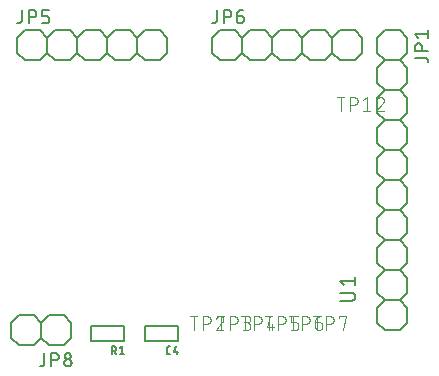
<source format=gbr>
G04 EAGLE Gerber X2 export*
%TF.Part,Single*%
%TF.FileFunction,Legend,Top,1*%
%TF.FilePolarity,Positive*%
%TF.GenerationSoftware,Autodesk,EAGLE,8.7.0*%
%TF.CreationDate,2021-03-05T05:11:20Z*%
G75*
%MOMM*%
%FSLAX34Y34*%
%LPD*%
%AMOC8*
5,1,8,0,0,1.08239X$1,22.5*%
G01*
%ADD10C,0.152400*%
%ADD11C,0.127000*%
%ADD12C,0.203200*%
%ADD13C,0.177800*%
%ADD14C,0.101600*%


D10*
X374650Y76200D02*
X381000Y69850D01*
X381000Y57150D01*
X374650Y50800D01*
X361950Y50800D01*
X355600Y57150D01*
X355600Y69850D01*
X361950Y76200D01*
X381000Y107950D02*
X381000Y120650D01*
X381000Y107950D02*
X374650Y101600D01*
X361950Y101600D01*
X355600Y107950D01*
X374650Y101600D02*
X381000Y95250D01*
X381000Y82550D01*
X374650Y76200D01*
X361950Y76200D01*
X355600Y82550D01*
X355600Y95250D01*
X361950Y101600D01*
X381000Y146050D02*
X374650Y152400D01*
X381000Y146050D02*
X381000Y133350D01*
X374650Y127000D01*
X361950Y127000D01*
X355600Y133350D01*
X355600Y146050D01*
X361950Y152400D01*
X374650Y127000D02*
X381000Y120650D01*
X361950Y127000D02*
X355600Y120650D01*
X355600Y107950D01*
X381000Y184150D02*
X381000Y196850D01*
X381000Y184150D02*
X374650Y177800D01*
X361950Y177800D01*
X355600Y184150D01*
X374650Y177800D02*
X381000Y171450D01*
X381000Y158750D01*
X374650Y152400D01*
X361950Y152400D01*
X355600Y158750D01*
X355600Y171450D01*
X361950Y177800D01*
X381000Y222250D02*
X374650Y228600D01*
X381000Y222250D02*
X381000Y209550D01*
X374650Y203200D01*
X361950Y203200D01*
X355600Y209550D01*
X355600Y222250D01*
X361950Y228600D01*
X374650Y203200D02*
X381000Y196850D01*
X361950Y203200D02*
X355600Y196850D01*
X355600Y184150D01*
X381000Y260350D02*
X381000Y273050D01*
X381000Y260350D02*
X374650Y254000D01*
X361950Y254000D01*
X355600Y260350D01*
X374650Y254000D02*
X381000Y247650D01*
X381000Y234950D01*
X374650Y228600D01*
X361950Y228600D01*
X355600Y234950D01*
X355600Y247650D01*
X361950Y254000D01*
X361950Y279400D02*
X374650Y279400D01*
X381000Y273050D01*
X361950Y279400D02*
X355600Y273050D01*
X355600Y260350D01*
X381000Y44450D02*
X381000Y31750D01*
X374650Y25400D01*
X361950Y25400D01*
X355600Y31750D01*
X374650Y50800D02*
X381000Y44450D01*
X361950Y50800D02*
X355600Y44450D01*
X355600Y31750D01*
D11*
X387223Y256338D02*
X396113Y256338D01*
X396213Y256336D01*
X396312Y256330D01*
X396412Y256320D01*
X396510Y256307D01*
X396609Y256289D01*
X396706Y256268D01*
X396802Y256243D01*
X396898Y256214D01*
X396992Y256181D01*
X397085Y256145D01*
X397176Y256105D01*
X397266Y256061D01*
X397354Y256014D01*
X397440Y255964D01*
X397524Y255910D01*
X397606Y255853D01*
X397685Y255793D01*
X397763Y255729D01*
X397837Y255663D01*
X397909Y255594D01*
X397978Y255522D01*
X398044Y255448D01*
X398108Y255370D01*
X398168Y255291D01*
X398225Y255209D01*
X398279Y255125D01*
X398329Y255039D01*
X398376Y254951D01*
X398420Y254861D01*
X398460Y254770D01*
X398496Y254677D01*
X398529Y254583D01*
X398558Y254487D01*
X398583Y254391D01*
X398604Y254294D01*
X398622Y254195D01*
X398635Y254097D01*
X398645Y253997D01*
X398651Y253898D01*
X398653Y253798D01*
X398653Y252528D01*
X398653Y262319D02*
X387223Y262319D01*
X387223Y265494D01*
X387225Y265605D01*
X387231Y265715D01*
X387240Y265826D01*
X387254Y265936D01*
X387271Y266045D01*
X387292Y266154D01*
X387317Y266262D01*
X387346Y266369D01*
X387378Y266475D01*
X387414Y266580D01*
X387454Y266683D01*
X387497Y266785D01*
X387544Y266886D01*
X387595Y266985D01*
X387648Y267082D01*
X387705Y267176D01*
X387766Y267269D01*
X387829Y267360D01*
X387896Y267449D01*
X387966Y267535D01*
X388039Y267618D01*
X388114Y267700D01*
X388192Y267778D01*
X388274Y267853D01*
X388357Y267926D01*
X388443Y267996D01*
X388532Y268063D01*
X388623Y268126D01*
X388716Y268187D01*
X388811Y268244D01*
X388907Y268297D01*
X389006Y268348D01*
X389107Y268395D01*
X389209Y268438D01*
X389312Y268478D01*
X389417Y268514D01*
X389523Y268546D01*
X389630Y268575D01*
X389738Y268600D01*
X389847Y268621D01*
X389956Y268638D01*
X390066Y268652D01*
X390177Y268661D01*
X390287Y268667D01*
X390398Y268669D01*
X390509Y268667D01*
X390619Y268661D01*
X390730Y268652D01*
X390840Y268638D01*
X390949Y268621D01*
X391058Y268600D01*
X391166Y268575D01*
X391273Y268546D01*
X391379Y268514D01*
X391484Y268478D01*
X391587Y268438D01*
X391689Y268395D01*
X391790Y268348D01*
X391889Y268297D01*
X391986Y268244D01*
X392080Y268187D01*
X392173Y268126D01*
X392264Y268063D01*
X392353Y267996D01*
X392439Y267926D01*
X392522Y267853D01*
X392604Y267778D01*
X392682Y267700D01*
X392757Y267618D01*
X392830Y267535D01*
X392900Y267449D01*
X392967Y267360D01*
X393030Y267269D01*
X393091Y267176D01*
X393148Y267082D01*
X393201Y266985D01*
X393252Y266886D01*
X393299Y266785D01*
X393342Y266683D01*
X393382Y266580D01*
X393418Y266475D01*
X393450Y266369D01*
X393479Y266262D01*
X393504Y266154D01*
X393525Y266045D01*
X393542Y265936D01*
X393556Y265826D01*
X393565Y265715D01*
X393571Y265605D01*
X393573Y265494D01*
X393573Y262319D01*
X389763Y273177D02*
X387223Y276352D01*
X398653Y276352D01*
X398653Y273177D02*
X398653Y279527D01*
D12*
X186690Y16510D02*
X158750Y16510D01*
X158750Y29210D01*
X186690Y29210D01*
X186690Y16510D01*
D10*
X180333Y5334D02*
X178865Y5334D01*
X178791Y5336D01*
X178716Y5342D01*
X178643Y5351D01*
X178569Y5364D01*
X178497Y5381D01*
X178426Y5401D01*
X178355Y5425D01*
X178286Y5453D01*
X178219Y5484D01*
X178153Y5518D01*
X178088Y5556D01*
X178026Y5597D01*
X177966Y5641D01*
X177909Y5688D01*
X177854Y5738D01*
X177801Y5791D01*
X177751Y5846D01*
X177704Y5903D01*
X177660Y5963D01*
X177619Y6025D01*
X177581Y6090D01*
X177547Y6156D01*
X177516Y6223D01*
X177488Y6292D01*
X177464Y6363D01*
X177444Y6434D01*
X177427Y6506D01*
X177414Y6580D01*
X177405Y6653D01*
X177399Y6728D01*
X177397Y6802D01*
X177398Y6802D02*
X177398Y10470D01*
X177397Y10470D02*
X177399Y10544D01*
X177405Y10619D01*
X177414Y10692D01*
X177427Y10766D01*
X177444Y10838D01*
X177464Y10909D01*
X177488Y10980D01*
X177516Y11049D01*
X177547Y11116D01*
X177581Y11182D01*
X177619Y11247D01*
X177660Y11309D01*
X177704Y11369D01*
X177751Y11426D01*
X177801Y11481D01*
X177854Y11534D01*
X177909Y11584D01*
X177966Y11631D01*
X178026Y11675D01*
X178088Y11716D01*
X178153Y11754D01*
X178218Y11788D01*
X178286Y11819D01*
X178355Y11847D01*
X178426Y11871D01*
X178497Y11891D01*
X178569Y11908D01*
X178643Y11921D01*
X178716Y11930D01*
X178791Y11936D01*
X178865Y11938D01*
X180333Y11938D01*
X184997Y11938D02*
X183529Y6802D01*
X187198Y6802D01*
X186097Y8269D02*
X186097Y5334D01*
D12*
X140970Y16510D02*
X113030Y16510D01*
X113030Y29210D01*
X140970Y29210D01*
X140970Y16510D01*
D10*
X130573Y11938D02*
X130573Y5334D01*
X130573Y11938D02*
X132407Y11938D01*
X132492Y11936D01*
X132576Y11930D01*
X132660Y11920D01*
X132744Y11907D01*
X132827Y11889D01*
X132909Y11868D01*
X132990Y11843D01*
X133070Y11814D01*
X133148Y11782D01*
X133224Y11746D01*
X133299Y11706D01*
X133372Y11663D01*
X133443Y11617D01*
X133512Y11568D01*
X133579Y11515D01*
X133643Y11459D01*
X133704Y11401D01*
X133762Y11340D01*
X133818Y11276D01*
X133871Y11209D01*
X133920Y11140D01*
X133966Y11069D01*
X134009Y10996D01*
X134049Y10921D01*
X134085Y10845D01*
X134117Y10767D01*
X134146Y10687D01*
X134171Y10606D01*
X134192Y10524D01*
X134210Y10441D01*
X134223Y10357D01*
X134233Y10273D01*
X134239Y10189D01*
X134241Y10104D01*
X134239Y10019D01*
X134233Y9935D01*
X134223Y9851D01*
X134210Y9767D01*
X134192Y9684D01*
X134171Y9602D01*
X134146Y9521D01*
X134117Y9441D01*
X134085Y9363D01*
X134049Y9287D01*
X134009Y9212D01*
X133966Y9139D01*
X133920Y9068D01*
X133871Y8999D01*
X133818Y8932D01*
X133762Y8868D01*
X133704Y8807D01*
X133643Y8749D01*
X133579Y8693D01*
X133512Y8640D01*
X133443Y8591D01*
X133372Y8545D01*
X133299Y8502D01*
X133224Y8462D01*
X133148Y8426D01*
X133070Y8394D01*
X132990Y8365D01*
X132909Y8340D01*
X132827Y8319D01*
X132744Y8301D01*
X132660Y8288D01*
X132576Y8278D01*
X132492Y8272D01*
X132407Y8270D01*
X132407Y8269D02*
X130573Y8269D01*
X132774Y8269D02*
X134242Y5334D01*
X137809Y10470D02*
X139644Y11938D01*
X139644Y5334D01*
X141478Y5334D02*
X137809Y5334D01*
X133350Y279400D02*
X146050Y279400D01*
X152400Y273050D01*
X152400Y260350D01*
X146050Y254000D01*
X107950Y279400D02*
X101600Y273050D01*
X107950Y279400D02*
X120650Y279400D01*
X127000Y273050D01*
X127000Y260350D01*
X120650Y254000D01*
X107950Y254000D01*
X101600Y260350D01*
X127000Y273050D02*
X133350Y279400D01*
X127000Y260350D02*
X133350Y254000D01*
X146050Y254000D01*
X69850Y279400D02*
X57150Y279400D01*
X69850Y279400D02*
X76200Y273050D01*
X76200Y260350D01*
X69850Y254000D01*
X76200Y273050D02*
X82550Y279400D01*
X95250Y279400D01*
X101600Y273050D01*
X101600Y260350D01*
X95250Y254000D01*
X82550Y254000D01*
X76200Y260350D01*
X50800Y260350D02*
X50800Y273050D01*
X57150Y279400D01*
X50800Y260350D02*
X57150Y254000D01*
X69850Y254000D01*
X158750Y279400D02*
X171450Y279400D01*
X177800Y273050D01*
X177800Y260350D01*
X171450Y254000D01*
X152400Y273050D02*
X158750Y279400D01*
X152400Y260350D02*
X158750Y254000D01*
X171450Y254000D01*
D11*
X54483Y288163D02*
X54483Y297053D01*
X54483Y288163D02*
X54481Y288063D01*
X54475Y287964D01*
X54465Y287864D01*
X54452Y287766D01*
X54434Y287667D01*
X54413Y287570D01*
X54388Y287474D01*
X54359Y287378D01*
X54326Y287284D01*
X54290Y287191D01*
X54250Y287100D01*
X54206Y287010D01*
X54159Y286922D01*
X54109Y286836D01*
X54055Y286752D01*
X53998Y286670D01*
X53938Y286591D01*
X53874Y286513D01*
X53808Y286439D01*
X53739Y286367D01*
X53667Y286298D01*
X53593Y286232D01*
X53515Y286168D01*
X53436Y286108D01*
X53354Y286051D01*
X53270Y285997D01*
X53184Y285947D01*
X53096Y285900D01*
X53006Y285856D01*
X52915Y285816D01*
X52822Y285780D01*
X52728Y285747D01*
X52632Y285718D01*
X52536Y285693D01*
X52439Y285672D01*
X52340Y285654D01*
X52242Y285641D01*
X52142Y285631D01*
X52043Y285625D01*
X51943Y285623D01*
X50673Y285623D01*
X60463Y285623D02*
X60463Y297053D01*
X63638Y297053D01*
X63749Y297051D01*
X63859Y297045D01*
X63970Y297036D01*
X64080Y297022D01*
X64189Y297005D01*
X64298Y296984D01*
X64406Y296959D01*
X64513Y296930D01*
X64619Y296898D01*
X64724Y296862D01*
X64827Y296822D01*
X64929Y296779D01*
X65030Y296732D01*
X65129Y296681D01*
X65226Y296628D01*
X65320Y296571D01*
X65413Y296510D01*
X65504Y296447D01*
X65593Y296380D01*
X65679Y296310D01*
X65762Y296237D01*
X65844Y296162D01*
X65922Y296084D01*
X65997Y296002D01*
X66070Y295919D01*
X66140Y295833D01*
X66207Y295744D01*
X66270Y295653D01*
X66331Y295560D01*
X66388Y295465D01*
X66441Y295369D01*
X66492Y295270D01*
X66539Y295169D01*
X66582Y295067D01*
X66622Y294964D01*
X66658Y294859D01*
X66690Y294753D01*
X66719Y294646D01*
X66744Y294538D01*
X66765Y294429D01*
X66782Y294320D01*
X66796Y294210D01*
X66805Y294099D01*
X66811Y293989D01*
X66813Y293878D01*
X66811Y293767D01*
X66805Y293657D01*
X66796Y293546D01*
X66782Y293436D01*
X66765Y293327D01*
X66744Y293218D01*
X66719Y293110D01*
X66690Y293003D01*
X66658Y292897D01*
X66622Y292792D01*
X66582Y292689D01*
X66539Y292587D01*
X66492Y292486D01*
X66441Y292387D01*
X66388Y292290D01*
X66331Y292196D01*
X66270Y292103D01*
X66207Y292012D01*
X66140Y291923D01*
X66070Y291837D01*
X65997Y291754D01*
X65922Y291672D01*
X65844Y291594D01*
X65762Y291519D01*
X65679Y291446D01*
X65593Y291376D01*
X65504Y291309D01*
X65413Y291246D01*
X65320Y291185D01*
X65225Y291128D01*
X65129Y291075D01*
X65030Y291024D01*
X64929Y290977D01*
X64827Y290934D01*
X64724Y290894D01*
X64619Y290858D01*
X64513Y290826D01*
X64406Y290797D01*
X64298Y290772D01*
X64189Y290751D01*
X64080Y290734D01*
X63970Y290720D01*
X63859Y290711D01*
X63749Y290705D01*
X63638Y290703D01*
X60463Y290703D01*
X71322Y285623D02*
X75132Y285623D01*
X75232Y285625D01*
X75331Y285631D01*
X75431Y285641D01*
X75529Y285654D01*
X75628Y285672D01*
X75725Y285693D01*
X75821Y285718D01*
X75917Y285747D01*
X76011Y285780D01*
X76104Y285816D01*
X76195Y285856D01*
X76285Y285900D01*
X76373Y285947D01*
X76459Y285997D01*
X76543Y286051D01*
X76625Y286108D01*
X76704Y286168D01*
X76782Y286232D01*
X76856Y286298D01*
X76928Y286367D01*
X76997Y286439D01*
X77063Y286513D01*
X77127Y286591D01*
X77187Y286670D01*
X77244Y286752D01*
X77298Y286836D01*
X77348Y286922D01*
X77395Y287010D01*
X77439Y287100D01*
X77479Y287191D01*
X77515Y287284D01*
X77548Y287378D01*
X77577Y287474D01*
X77602Y287570D01*
X77623Y287667D01*
X77641Y287766D01*
X77654Y287864D01*
X77664Y287964D01*
X77670Y288063D01*
X77672Y288163D01*
X77672Y289433D01*
X77670Y289533D01*
X77664Y289632D01*
X77654Y289732D01*
X77641Y289830D01*
X77623Y289929D01*
X77602Y290026D01*
X77577Y290122D01*
X77548Y290218D01*
X77515Y290312D01*
X77479Y290405D01*
X77439Y290496D01*
X77395Y290586D01*
X77348Y290674D01*
X77298Y290760D01*
X77244Y290844D01*
X77187Y290926D01*
X77127Y291005D01*
X77063Y291083D01*
X76997Y291157D01*
X76928Y291229D01*
X76856Y291298D01*
X76782Y291364D01*
X76704Y291428D01*
X76625Y291488D01*
X76543Y291545D01*
X76459Y291599D01*
X76373Y291649D01*
X76285Y291696D01*
X76195Y291740D01*
X76104Y291780D01*
X76011Y291816D01*
X75917Y291849D01*
X75821Y291878D01*
X75725Y291903D01*
X75628Y291924D01*
X75529Y291942D01*
X75431Y291955D01*
X75331Y291965D01*
X75232Y291971D01*
X75132Y291973D01*
X71322Y291973D01*
X71322Y297053D01*
X77672Y297053D01*
D10*
X298450Y279400D02*
X311150Y279400D01*
X317500Y273050D01*
X317500Y260350D01*
X311150Y254000D01*
X273050Y279400D02*
X266700Y273050D01*
X273050Y279400D02*
X285750Y279400D01*
X292100Y273050D01*
X292100Y260350D01*
X285750Y254000D01*
X273050Y254000D01*
X266700Y260350D01*
X292100Y273050D02*
X298450Y279400D01*
X292100Y260350D02*
X298450Y254000D01*
X311150Y254000D01*
X234950Y279400D02*
X222250Y279400D01*
X234950Y279400D02*
X241300Y273050D01*
X241300Y260350D01*
X234950Y254000D01*
X241300Y273050D02*
X247650Y279400D01*
X260350Y279400D01*
X266700Y273050D01*
X266700Y260350D01*
X260350Y254000D01*
X247650Y254000D01*
X241300Y260350D01*
X215900Y260350D02*
X215900Y273050D01*
X222250Y279400D01*
X215900Y260350D02*
X222250Y254000D01*
X234950Y254000D01*
X323850Y279400D02*
X336550Y279400D01*
X342900Y273050D01*
X342900Y260350D01*
X336550Y254000D01*
X317500Y273050D02*
X323850Y279400D01*
X317500Y260350D02*
X323850Y254000D01*
X336550Y254000D01*
D11*
X219583Y288163D02*
X219583Y297053D01*
X219583Y288163D02*
X219581Y288063D01*
X219575Y287964D01*
X219565Y287864D01*
X219552Y287766D01*
X219534Y287667D01*
X219513Y287570D01*
X219488Y287474D01*
X219459Y287378D01*
X219426Y287284D01*
X219390Y287191D01*
X219350Y287100D01*
X219306Y287010D01*
X219259Y286922D01*
X219209Y286836D01*
X219155Y286752D01*
X219098Y286670D01*
X219038Y286591D01*
X218974Y286513D01*
X218908Y286439D01*
X218839Y286367D01*
X218767Y286298D01*
X218693Y286232D01*
X218615Y286168D01*
X218536Y286108D01*
X218454Y286051D01*
X218370Y285997D01*
X218284Y285947D01*
X218196Y285900D01*
X218106Y285856D01*
X218015Y285816D01*
X217922Y285780D01*
X217828Y285747D01*
X217732Y285718D01*
X217636Y285693D01*
X217539Y285672D01*
X217440Y285654D01*
X217342Y285641D01*
X217242Y285631D01*
X217143Y285625D01*
X217043Y285623D01*
X215773Y285623D01*
X225563Y285623D02*
X225563Y297053D01*
X228738Y297053D01*
X228849Y297051D01*
X228959Y297045D01*
X229070Y297036D01*
X229180Y297022D01*
X229289Y297005D01*
X229398Y296984D01*
X229506Y296959D01*
X229613Y296930D01*
X229719Y296898D01*
X229824Y296862D01*
X229927Y296822D01*
X230029Y296779D01*
X230130Y296732D01*
X230229Y296681D01*
X230326Y296628D01*
X230420Y296571D01*
X230513Y296510D01*
X230604Y296447D01*
X230693Y296380D01*
X230779Y296310D01*
X230862Y296237D01*
X230944Y296162D01*
X231022Y296084D01*
X231097Y296002D01*
X231170Y295919D01*
X231240Y295833D01*
X231307Y295744D01*
X231370Y295653D01*
X231431Y295560D01*
X231488Y295465D01*
X231541Y295369D01*
X231592Y295270D01*
X231639Y295169D01*
X231682Y295067D01*
X231722Y294964D01*
X231758Y294859D01*
X231790Y294753D01*
X231819Y294646D01*
X231844Y294538D01*
X231865Y294429D01*
X231882Y294320D01*
X231896Y294210D01*
X231905Y294099D01*
X231911Y293989D01*
X231913Y293878D01*
X231911Y293767D01*
X231905Y293657D01*
X231896Y293546D01*
X231882Y293436D01*
X231865Y293327D01*
X231844Y293218D01*
X231819Y293110D01*
X231790Y293003D01*
X231758Y292897D01*
X231722Y292792D01*
X231682Y292689D01*
X231639Y292587D01*
X231592Y292486D01*
X231541Y292387D01*
X231488Y292290D01*
X231431Y292196D01*
X231370Y292103D01*
X231307Y292012D01*
X231240Y291923D01*
X231170Y291837D01*
X231097Y291754D01*
X231022Y291672D01*
X230944Y291594D01*
X230862Y291519D01*
X230779Y291446D01*
X230693Y291376D01*
X230604Y291309D01*
X230513Y291246D01*
X230420Y291185D01*
X230325Y291128D01*
X230229Y291075D01*
X230130Y291024D01*
X230029Y290977D01*
X229927Y290934D01*
X229824Y290894D01*
X229719Y290858D01*
X229613Y290826D01*
X229506Y290797D01*
X229398Y290772D01*
X229289Y290751D01*
X229180Y290734D01*
X229070Y290720D01*
X228959Y290711D01*
X228849Y290705D01*
X228738Y290703D01*
X225563Y290703D01*
X236422Y291973D02*
X240232Y291973D01*
X240332Y291971D01*
X240431Y291965D01*
X240531Y291955D01*
X240629Y291942D01*
X240728Y291924D01*
X240825Y291903D01*
X240921Y291878D01*
X241017Y291849D01*
X241111Y291816D01*
X241204Y291780D01*
X241295Y291740D01*
X241385Y291696D01*
X241473Y291649D01*
X241559Y291599D01*
X241643Y291545D01*
X241725Y291488D01*
X241804Y291428D01*
X241882Y291364D01*
X241956Y291298D01*
X242028Y291229D01*
X242097Y291157D01*
X242163Y291083D01*
X242227Y291005D01*
X242287Y290926D01*
X242344Y290844D01*
X242398Y290760D01*
X242448Y290674D01*
X242495Y290586D01*
X242539Y290496D01*
X242579Y290405D01*
X242615Y290312D01*
X242648Y290218D01*
X242677Y290122D01*
X242702Y290026D01*
X242723Y289929D01*
X242741Y289830D01*
X242754Y289732D01*
X242764Y289632D01*
X242770Y289533D01*
X242772Y289433D01*
X242772Y288798D01*
X242770Y288687D01*
X242764Y288577D01*
X242755Y288466D01*
X242741Y288356D01*
X242724Y288247D01*
X242703Y288138D01*
X242678Y288030D01*
X242649Y287923D01*
X242617Y287817D01*
X242581Y287712D01*
X242541Y287609D01*
X242498Y287507D01*
X242451Y287406D01*
X242400Y287307D01*
X242347Y287210D01*
X242290Y287116D01*
X242229Y287023D01*
X242166Y286932D01*
X242099Y286843D01*
X242029Y286757D01*
X241956Y286674D01*
X241881Y286592D01*
X241803Y286514D01*
X241721Y286439D01*
X241638Y286366D01*
X241552Y286296D01*
X241463Y286229D01*
X241372Y286166D01*
X241279Y286105D01*
X241184Y286048D01*
X241088Y285995D01*
X240989Y285944D01*
X240888Y285897D01*
X240786Y285854D01*
X240683Y285814D01*
X240578Y285778D01*
X240472Y285746D01*
X240365Y285717D01*
X240257Y285692D01*
X240148Y285671D01*
X240039Y285654D01*
X239929Y285640D01*
X239818Y285631D01*
X239708Y285625D01*
X239597Y285623D01*
X239486Y285625D01*
X239376Y285631D01*
X239265Y285640D01*
X239155Y285654D01*
X239046Y285671D01*
X238937Y285692D01*
X238829Y285717D01*
X238722Y285746D01*
X238616Y285778D01*
X238511Y285814D01*
X238408Y285854D01*
X238306Y285897D01*
X238205Y285944D01*
X238106Y285995D01*
X238010Y286048D01*
X237915Y286105D01*
X237822Y286166D01*
X237731Y286229D01*
X237642Y286296D01*
X237556Y286366D01*
X237473Y286439D01*
X237391Y286514D01*
X237313Y286592D01*
X237238Y286674D01*
X237165Y286757D01*
X237095Y286843D01*
X237028Y286932D01*
X236965Y287023D01*
X236904Y287116D01*
X236847Y287211D01*
X236794Y287307D01*
X236743Y287406D01*
X236696Y287507D01*
X236653Y287609D01*
X236613Y287712D01*
X236577Y287817D01*
X236545Y287923D01*
X236516Y288030D01*
X236491Y288138D01*
X236470Y288247D01*
X236453Y288356D01*
X236439Y288466D01*
X236430Y288577D01*
X236424Y288687D01*
X236422Y288798D01*
X236422Y291973D01*
X236424Y292113D01*
X236430Y292253D01*
X236439Y292393D01*
X236453Y292532D01*
X236470Y292671D01*
X236491Y292809D01*
X236516Y292947D01*
X236545Y293084D01*
X236577Y293220D01*
X236614Y293355D01*
X236654Y293489D01*
X236697Y293622D01*
X236745Y293754D01*
X236795Y293885D01*
X236850Y294014D01*
X236908Y294141D01*
X236969Y294267D01*
X237034Y294391D01*
X237103Y294513D01*
X237174Y294633D01*
X237249Y294751D01*
X237327Y294868D01*
X237409Y294982D01*
X237493Y295093D01*
X237581Y295202D01*
X237671Y295309D01*
X237765Y295414D01*
X237861Y295515D01*
X237960Y295614D01*
X238061Y295710D01*
X238166Y295804D01*
X238273Y295894D01*
X238382Y295982D01*
X238493Y296066D01*
X238607Y296148D01*
X238724Y296226D01*
X238842Y296301D01*
X238962Y296372D01*
X239084Y296441D01*
X239208Y296506D01*
X239334Y296567D01*
X239461Y296625D01*
X239590Y296680D01*
X239721Y296730D01*
X239853Y296778D01*
X239986Y296821D01*
X240120Y296861D01*
X240255Y296898D01*
X240391Y296930D01*
X240528Y296959D01*
X240666Y296984D01*
X240804Y297005D01*
X240943Y297022D01*
X241082Y297036D01*
X241222Y297045D01*
X241362Y297051D01*
X241502Y297053D01*
D10*
X90170Y12700D02*
X77470Y12700D01*
X71120Y19050D01*
X71120Y31750D01*
X77470Y38100D01*
X96520Y31750D02*
X96520Y19050D01*
X90170Y12700D01*
X96520Y31750D02*
X90170Y38100D01*
X77470Y38100D01*
X71120Y19050D02*
X64770Y12700D01*
X52070Y12700D01*
X45720Y19050D01*
X45720Y31750D01*
X52070Y38100D01*
X64770Y38100D01*
X71120Y31750D01*
D11*
X73458Y6477D02*
X73458Y-2413D01*
X73456Y-2513D01*
X73450Y-2612D01*
X73440Y-2712D01*
X73427Y-2810D01*
X73409Y-2909D01*
X73388Y-3006D01*
X73363Y-3102D01*
X73334Y-3198D01*
X73301Y-3292D01*
X73265Y-3385D01*
X73225Y-3476D01*
X73181Y-3566D01*
X73134Y-3654D01*
X73084Y-3740D01*
X73030Y-3824D01*
X72973Y-3906D01*
X72913Y-3985D01*
X72849Y-4063D01*
X72783Y-4137D01*
X72714Y-4209D01*
X72642Y-4278D01*
X72568Y-4344D01*
X72490Y-4408D01*
X72411Y-4468D01*
X72329Y-4525D01*
X72245Y-4579D01*
X72159Y-4629D01*
X72071Y-4676D01*
X71981Y-4720D01*
X71890Y-4760D01*
X71797Y-4796D01*
X71703Y-4829D01*
X71607Y-4858D01*
X71511Y-4883D01*
X71414Y-4904D01*
X71315Y-4922D01*
X71217Y-4935D01*
X71117Y-4945D01*
X71018Y-4951D01*
X70918Y-4953D01*
X69648Y-4953D01*
X79439Y-4953D02*
X79439Y6477D01*
X82614Y6477D01*
X82725Y6475D01*
X82835Y6469D01*
X82946Y6460D01*
X83056Y6446D01*
X83165Y6429D01*
X83274Y6408D01*
X83382Y6383D01*
X83489Y6354D01*
X83595Y6322D01*
X83700Y6286D01*
X83803Y6246D01*
X83905Y6203D01*
X84006Y6156D01*
X84105Y6105D01*
X84202Y6052D01*
X84296Y5995D01*
X84389Y5934D01*
X84480Y5871D01*
X84569Y5804D01*
X84655Y5734D01*
X84738Y5661D01*
X84820Y5586D01*
X84898Y5508D01*
X84973Y5426D01*
X85046Y5343D01*
X85116Y5257D01*
X85183Y5168D01*
X85246Y5077D01*
X85307Y4984D01*
X85364Y4889D01*
X85417Y4793D01*
X85468Y4694D01*
X85515Y4593D01*
X85558Y4491D01*
X85598Y4388D01*
X85634Y4283D01*
X85666Y4177D01*
X85695Y4070D01*
X85720Y3962D01*
X85741Y3853D01*
X85758Y3744D01*
X85772Y3634D01*
X85781Y3523D01*
X85787Y3413D01*
X85789Y3302D01*
X85787Y3191D01*
X85781Y3081D01*
X85772Y2970D01*
X85758Y2860D01*
X85741Y2751D01*
X85720Y2642D01*
X85695Y2534D01*
X85666Y2427D01*
X85634Y2321D01*
X85598Y2216D01*
X85558Y2113D01*
X85515Y2011D01*
X85468Y1910D01*
X85417Y1811D01*
X85364Y1714D01*
X85307Y1620D01*
X85246Y1527D01*
X85183Y1436D01*
X85116Y1347D01*
X85046Y1261D01*
X84973Y1178D01*
X84898Y1096D01*
X84820Y1018D01*
X84738Y943D01*
X84655Y870D01*
X84569Y800D01*
X84480Y733D01*
X84389Y670D01*
X84296Y609D01*
X84201Y552D01*
X84105Y499D01*
X84006Y448D01*
X83905Y401D01*
X83803Y358D01*
X83700Y318D01*
X83595Y282D01*
X83489Y250D01*
X83382Y221D01*
X83274Y196D01*
X83165Y175D01*
X83056Y158D01*
X82946Y144D01*
X82835Y135D01*
X82725Y129D01*
X82614Y127D01*
X79439Y127D01*
X90297Y-1778D02*
X90299Y-1667D01*
X90305Y-1557D01*
X90314Y-1446D01*
X90328Y-1336D01*
X90345Y-1227D01*
X90366Y-1118D01*
X90391Y-1010D01*
X90420Y-903D01*
X90452Y-797D01*
X90488Y-692D01*
X90528Y-589D01*
X90571Y-487D01*
X90618Y-386D01*
X90669Y-287D01*
X90722Y-191D01*
X90779Y-96D01*
X90840Y-3D01*
X90903Y88D01*
X90970Y177D01*
X91040Y263D01*
X91113Y346D01*
X91188Y428D01*
X91266Y506D01*
X91348Y581D01*
X91431Y654D01*
X91517Y724D01*
X91606Y791D01*
X91697Y854D01*
X91790Y915D01*
X91885Y972D01*
X91981Y1025D01*
X92080Y1076D01*
X92181Y1123D01*
X92283Y1166D01*
X92386Y1206D01*
X92491Y1242D01*
X92597Y1274D01*
X92704Y1303D01*
X92812Y1328D01*
X92921Y1349D01*
X93030Y1366D01*
X93140Y1380D01*
X93251Y1389D01*
X93361Y1395D01*
X93472Y1397D01*
X93583Y1395D01*
X93693Y1389D01*
X93804Y1380D01*
X93914Y1366D01*
X94023Y1349D01*
X94132Y1328D01*
X94240Y1303D01*
X94347Y1274D01*
X94453Y1242D01*
X94558Y1206D01*
X94661Y1166D01*
X94763Y1123D01*
X94864Y1076D01*
X94963Y1025D01*
X95060Y972D01*
X95154Y915D01*
X95247Y854D01*
X95338Y791D01*
X95427Y724D01*
X95513Y654D01*
X95596Y581D01*
X95678Y506D01*
X95756Y428D01*
X95831Y346D01*
X95904Y263D01*
X95974Y177D01*
X96041Y88D01*
X96104Y-3D01*
X96165Y-96D01*
X96222Y-191D01*
X96275Y-287D01*
X96326Y-386D01*
X96373Y-487D01*
X96416Y-589D01*
X96456Y-692D01*
X96492Y-797D01*
X96524Y-903D01*
X96553Y-1010D01*
X96578Y-1118D01*
X96599Y-1227D01*
X96616Y-1336D01*
X96630Y-1446D01*
X96639Y-1557D01*
X96645Y-1667D01*
X96647Y-1778D01*
X96645Y-1889D01*
X96639Y-1999D01*
X96630Y-2110D01*
X96616Y-2220D01*
X96599Y-2329D01*
X96578Y-2438D01*
X96553Y-2546D01*
X96524Y-2653D01*
X96492Y-2759D01*
X96456Y-2864D01*
X96416Y-2967D01*
X96373Y-3069D01*
X96326Y-3170D01*
X96275Y-3269D01*
X96222Y-3366D01*
X96165Y-3460D01*
X96104Y-3553D01*
X96041Y-3644D01*
X95974Y-3733D01*
X95904Y-3819D01*
X95831Y-3902D01*
X95756Y-3984D01*
X95678Y-4062D01*
X95596Y-4137D01*
X95513Y-4210D01*
X95427Y-4280D01*
X95338Y-4347D01*
X95247Y-4410D01*
X95154Y-4471D01*
X95059Y-4528D01*
X94963Y-4581D01*
X94864Y-4632D01*
X94763Y-4679D01*
X94661Y-4722D01*
X94558Y-4762D01*
X94453Y-4798D01*
X94347Y-4830D01*
X94240Y-4859D01*
X94132Y-4884D01*
X94023Y-4905D01*
X93914Y-4922D01*
X93804Y-4936D01*
X93693Y-4945D01*
X93583Y-4951D01*
X93472Y-4953D01*
X93361Y-4951D01*
X93251Y-4945D01*
X93140Y-4936D01*
X93030Y-4922D01*
X92921Y-4905D01*
X92812Y-4884D01*
X92704Y-4859D01*
X92597Y-4830D01*
X92491Y-4798D01*
X92386Y-4762D01*
X92283Y-4722D01*
X92181Y-4679D01*
X92080Y-4632D01*
X91981Y-4581D01*
X91885Y-4528D01*
X91790Y-4471D01*
X91697Y-4410D01*
X91606Y-4347D01*
X91517Y-4280D01*
X91431Y-4210D01*
X91348Y-4137D01*
X91266Y-4062D01*
X91188Y-3984D01*
X91113Y-3902D01*
X91040Y-3819D01*
X90970Y-3733D01*
X90903Y-3644D01*
X90840Y-3553D01*
X90779Y-3460D01*
X90722Y-3366D01*
X90669Y-3269D01*
X90618Y-3170D01*
X90571Y-3069D01*
X90528Y-2967D01*
X90488Y-2864D01*
X90452Y-2759D01*
X90420Y-2653D01*
X90391Y-2546D01*
X90366Y-2438D01*
X90345Y-2329D01*
X90328Y-2220D01*
X90314Y-2110D01*
X90305Y-1999D01*
X90299Y-1889D01*
X90297Y-1778D01*
X90932Y3937D02*
X90934Y4037D01*
X90940Y4136D01*
X90950Y4236D01*
X90963Y4334D01*
X90981Y4433D01*
X91002Y4530D01*
X91027Y4626D01*
X91056Y4722D01*
X91089Y4816D01*
X91125Y4909D01*
X91165Y5000D01*
X91209Y5090D01*
X91256Y5178D01*
X91306Y5264D01*
X91360Y5348D01*
X91417Y5430D01*
X91477Y5509D01*
X91541Y5587D01*
X91607Y5661D01*
X91676Y5733D01*
X91748Y5802D01*
X91822Y5868D01*
X91900Y5932D01*
X91979Y5992D01*
X92061Y6049D01*
X92145Y6103D01*
X92231Y6153D01*
X92319Y6200D01*
X92409Y6244D01*
X92500Y6284D01*
X92593Y6320D01*
X92687Y6353D01*
X92783Y6382D01*
X92879Y6407D01*
X92976Y6428D01*
X93075Y6446D01*
X93173Y6459D01*
X93273Y6469D01*
X93372Y6475D01*
X93472Y6477D01*
X93572Y6475D01*
X93671Y6469D01*
X93771Y6459D01*
X93869Y6446D01*
X93968Y6428D01*
X94065Y6407D01*
X94161Y6382D01*
X94257Y6353D01*
X94351Y6320D01*
X94444Y6284D01*
X94535Y6244D01*
X94625Y6200D01*
X94713Y6153D01*
X94799Y6103D01*
X94883Y6049D01*
X94965Y5992D01*
X95044Y5932D01*
X95122Y5868D01*
X95196Y5802D01*
X95268Y5733D01*
X95337Y5661D01*
X95403Y5587D01*
X95467Y5509D01*
X95527Y5430D01*
X95584Y5348D01*
X95638Y5264D01*
X95688Y5178D01*
X95735Y5090D01*
X95779Y5000D01*
X95819Y4909D01*
X95855Y4816D01*
X95888Y4722D01*
X95917Y4626D01*
X95942Y4530D01*
X95963Y4433D01*
X95981Y4334D01*
X95994Y4236D01*
X96004Y4136D01*
X96010Y4037D01*
X96012Y3937D01*
X96010Y3837D01*
X96004Y3738D01*
X95994Y3638D01*
X95981Y3540D01*
X95963Y3441D01*
X95942Y3344D01*
X95917Y3248D01*
X95888Y3152D01*
X95855Y3058D01*
X95819Y2965D01*
X95779Y2874D01*
X95735Y2784D01*
X95688Y2696D01*
X95638Y2610D01*
X95584Y2526D01*
X95527Y2444D01*
X95467Y2365D01*
X95403Y2287D01*
X95337Y2213D01*
X95268Y2141D01*
X95196Y2072D01*
X95122Y2006D01*
X95044Y1942D01*
X94965Y1882D01*
X94883Y1825D01*
X94799Y1771D01*
X94713Y1721D01*
X94625Y1674D01*
X94535Y1630D01*
X94444Y1590D01*
X94351Y1554D01*
X94257Y1521D01*
X94161Y1492D01*
X94065Y1467D01*
X93968Y1446D01*
X93869Y1428D01*
X93771Y1415D01*
X93671Y1405D01*
X93572Y1399D01*
X93472Y1397D01*
X93372Y1399D01*
X93273Y1405D01*
X93173Y1415D01*
X93075Y1428D01*
X92976Y1446D01*
X92879Y1467D01*
X92783Y1492D01*
X92687Y1521D01*
X92593Y1554D01*
X92500Y1590D01*
X92409Y1630D01*
X92319Y1674D01*
X92231Y1721D01*
X92145Y1771D01*
X92061Y1825D01*
X91979Y1882D01*
X91900Y1942D01*
X91822Y2006D01*
X91748Y2072D01*
X91676Y2141D01*
X91607Y2213D01*
X91541Y2287D01*
X91477Y2365D01*
X91417Y2444D01*
X91360Y2526D01*
X91306Y2610D01*
X91256Y2696D01*
X91209Y2784D01*
X91165Y2874D01*
X91125Y2965D01*
X91089Y3058D01*
X91056Y3152D01*
X91027Y3248D01*
X91002Y3344D01*
X90981Y3441D01*
X90963Y3540D01*
X90950Y3638D01*
X90940Y3738D01*
X90934Y3837D01*
X90932Y3937D01*
D13*
X324277Y50589D02*
X333266Y50589D01*
X333383Y50591D01*
X333499Y50597D01*
X333616Y50607D01*
X333732Y50621D01*
X333847Y50638D01*
X333962Y50660D01*
X334076Y50685D01*
X334189Y50714D01*
X334301Y50748D01*
X334412Y50784D01*
X334521Y50825D01*
X334629Y50869D01*
X334736Y50917D01*
X334841Y50968D01*
X334944Y51023D01*
X335045Y51082D01*
X335144Y51144D01*
X335241Y51209D01*
X335336Y51277D01*
X335428Y51348D01*
X335518Y51423D01*
X335605Y51501D01*
X335690Y51581D01*
X335772Y51664D01*
X335851Y51750D01*
X335927Y51839D01*
X336000Y51930D01*
X336070Y52023D01*
X336136Y52119D01*
X336200Y52217D01*
X336260Y52317D01*
X336317Y52420D01*
X336370Y52524D01*
X336419Y52629D01*
X336465Y52737D01*
X336508Y52845D01*
X336547Y52956D01*
X336581Y53067D01*
X336613Y53179D01*
X336640Y53293D01*
X336664Y53407D01*
X336683Y53523D01*
X336699Y53638D01*
X336711Y53754D01*
X336719Y53871D01*
X336723Y53988D01*
X336723Y54104D01*
X336719Y54221D01*
X336711Y54338D01*
X336699Y54454D01*
X336683Y54569D01*
X336664Y54685D01*
X336640Y54799D01*
X336613Y54913D01*
X336581Y55025D01*
X336547Y55136D01*
X336508Y55247D01*
X336465Y55355D01*
X336419Y55463D01*
X336370Y55568D01*
X336317Y55672D01*
X336260Y55774D01*
X336200Y55875D01*
X336136Y55973D01*
X336070Y56069D01*
X336000Y56162D01*
X335927Y56253D01*
X335851Y56342D01*
X335772Y56428D01*
X335690Y56511D01*
X335605Y56591D01*
X335518Y56669D01*
X335428Y56744D01*
X335336Y56815D01*
X335241Y56883D01*
X335144Y56948D01*
X335045Y57010D01*
X334944Y57069D01*
X334841Y57124D01*
X334736Y57175D01*
X334629Y57223D01*
X334521Y57267D01*
X334412Y57308D01*
X334301Y57344D01*
X334189Y57378D01*
X334076Y57407D01*
X333962Y57432D01*
X333847Y57454D01*
X333732Y57471D01*
X333616Y57485D01*
X333499Y57495D01*
X333383Y57501D01*
X333266Y57503D01*
X324277Y57503D01*
X327043Y63817D02*
X324277Y67275D01*
X336723Y67275D01*
X336723Y70732D02*
X336723Y63817D01*
D14*
X199954Y37473D02*
X199954Y25789D01*
X196708Y37473D02*
X203199Y37473D01*
X207926Y37473D02*
X207926Y25789D01*
X207926Y37473D02*
X211172Y37473D01*
X211285Y37471D01*
X211398Y37465D01*
X211511Y37455D01*
X211624Y37441D01*
X211736Y37424D01*
X211847Y37402D01*
X211957Y37377D01*
X212067Y37347D01*
X212175Y37314D01*
X212282Y37277D01*
X212388Y37237D01*
X212492Y37192D01*
X212595Y37144D01*
X212696Y37093D01*
X212795Y37038D01*
X212892Y36980D01*
X212987Y36918D01*
X213080Y36853D01*
X213170Y36785D01*
X213258Y36714D01*
X213344Y36639D01*
X213427Y36562D01*
X213507Y36482D01*
X213584Y36399D01*
X213659Y36313D01*
X213730Y36225D01*
X213798Y36135D01*
X213863Y36042D01*
X213925Y35947D01*
X213983Y35850D01*
X214038Y35751D01*
X214089Y35650D01*
X214137Y35547D01*
X214182Y35443D01*
X214222Y35337D01*
X214259Y35230D01*
X214292Y35122D01*
X214322Y35012D01*
X214347Y34902D01*
X214369Y34791D01*
X214386Y34679D01*
X214400Y34566D01*
X214410Y34453D01*
X214416Y34340D01*
X214418Y34227D01*
X214416Y34114D01*
X214410Y34001D01*
X214400Y33888D01*
X214386Y33775D01*
X214369Y33663D01*
X214347Y33552D01*
X214322Y33442D01*
X214292Y33332D01*
X214259Y33224D01*
X214222Y33117D01*
X214182Y33011D01*
X214137Y32907D01*
X214089Y32804D01*
X214038Y32703D01*
X213983Y32604D01*
X213925Y32507D01*
X213863Y32412D01*
X213798Y32319D01*
X213730Y32229D01*
X213659Y32141D01*
X213584Y32055D01*
X213507Y31972D01*
X213427Y31892D01*
X213344Y31815D01*
X213258Y31740D01*
X213170Y31669D01*
X213080Y31601D01*
X212987Y31536D01*
X212892Y31474D01*
X212795Y31416D01*
X212696Y31361D01*
X212595Y31310D01*
X212492Y31262D01*
X212388Y31217D01*
X212282Y31177D01*
X212175Y31140D01*
X212067Y31107D01*
X211957Y31077D01*
X211847Y31052D01*
X211736Y31030D01*
X211624Y31013D01*
X211511Y30999D01*
X211398Y30989D01*
X211285Y30983D01*
X211172Y30981D01*
X211172Y30982D02*
X207926Y30982D01*
X222376Y37473D02*
X222483Y37471D01*
X222589Y37465D01*
X222695Y37455D01*
X222801Y37442D01*
X222907Y37424D01*
X223011Y37403D01*
X223115Y37378D01*
X223218Y37349D01*
X223319Y37317D01*
X223419Y37280D01*
X223518Y37240D01*
X223616Y37197D01*
X223712Y37150D01*
X223806Y37099D01*
X223898Y37045D01*
X223988Y36988D01*
X224076Y36928D01*
X224161Y36864D01*
X224244Y36797D01*
X224325Y36727D01*
X224403Y36655D01*
X224479Y36579D01*
X224551Y36501D01*
X224621Y36420D01*
X224688Y36337D01*
X224752Y36252D01*
X224812Y36164D01*
X224869Y36074D01*
X224923Y35982D01*
X224974Y35888D01*
X225021Y35792D01*
X225064Y35694D01*
X225104Y35595D01*
X225141Y35495D01*
X225173Y35394D01*
X225202Y35291D01*
X225227Y35187D01*
X225248Y35083D01*
X225266Y34977D01*
X225279Y34871D01*
X225289Y34765D01*
X225295Y34659D01*
X225297Y34552D01*
X222376Y37473D02*
X222255Y37471D01*
X222134Y37465D01*
X222014Y37455D01*
X221893Y37442D01*
X221774Y37424D01*
X221654Y37403D01*
X221536Y37378D01*
X221419Y37349D01*
X221302Y37316D01*
X221187Y37280D01*
X221073Y37239D01*
X220960Y37196D01*
X220848Y37148D01*
X220739Y37097D01*
X220631Y37042D01*
X220524Y36984D01*
X220420Y36923D01*
X220318Y36858D01*
X220218Y36790D01*
X220120Y36719D01*
X220024Y36645D01*
X219931Y36568D01*
X219841Y36487D01*
X219753Y36404D01*
X219668Y36318D01*
X219585Y36229D01*
X219506Y36138D01*
X219429Y36044D01*
X219356Y35948D01*
X219286Y35850D01*
X219219Y35749D01*
X219155Y35646D01*
X219095Y35541D01*
X219038Y35434D01*
X218984Y35326D01*
X218934Y35216D01*
X218888Y35104D01*
X218845Y34991D01*
X218806Y34876D01*
X224324Y32280D02*
X224403Y32357D01*
X224479Y32438D01*
X224552Y32521D01*
X224622Y32606D01*
X224689Y32694D01*
X224753Y32784D01*
X224813Y32876D01*
X224870Y32971D01*
X224924Y33067D01*
X224975Y33165D01*
X225022Y33265D01*
X225066Y33367D01*
X225106Y33470D01*
X225142Y33574D01*
X225174Y33680D01*
X225203Y33786D01*
X225228Y33894D01*
X225250Y34002D01*
X225267Y34112D01*
X225281Y34221D01*
X225290Y34331D01*
X225296Y34442D01*
X225298Y34552D01*
X224323Y32280D02*
X218806Y25789D01*
X225297Y25789D01*
X222814Y25789D02*
X222814Y37473D01*
X226059Y37473D02*
X219568Y37473D01*
X230786Y37473D02*
X230786Y25789D01*
X230786Y37473D02*
X234032Y37473D01*
X234145Y37471D01*
X234258Y37465D01*
X234371Y37455D01*
X234484Y37441D01*
X234596Y37424D01*
X234707Y37402D01*
X234817Y37377D01*
X234927Y37347D01*
X235035Y37314D01*
X235142Y37277D01*
X235248Y37237D01*
X235352Y37192D01*
X235455Y37144D01*
X235556Y37093D01*
X235655Y37038D01*
X235752Y36980D01*
X235847Y36918D01*
X235940Y36853D01*
X236030Y36785D01*
X236118Y36714D01*
X236204Y36639D01*
X236287Y36562D01*
X236367Y36482D01*
X236444Y36399D01*
X236519Y36313D01*
X236590Y36225D01*
X236658Y36135D01*
X236723Y36042D01*
X236785Y35947D01*
X236843Y35850D01*
X236898Y35751D01*
X236949Y35650D01*
X236997Y35547D01*
X237042Y35443D01*
X237082Y35337D01*
X237119Y35230D01*
X237152Y35122D01*
X237182Y35012D01*
X237207Y34902D01*
X237229Y34791D01*
X237246Y34679D01*
X237260Y34566D01*
X237270Y34453D01*
X237276Y34340D01*
X237278Y34227D01*
X237276Y34114D01*
X237270Y34001D01*
X237260Y33888D01*
X237246Y33775D01*
X237229Y33663D01*
X237207Y33552D01*
X237182Y33442D01*
X237152Y33332D01*
X237119Y33224D01*
X237082Y33117D01*
X237042Y33011D01*
X236997Y32907D01*
X236949Y32804D01*
X236898Y32703D01*
X236843Y32604D01*
X236785Y32507D01*
X236723Y32412D01*
X236658Y32319D01*
X236590Y32229D01*
X236519Y32141D01*
X236444Y32055D01*
X236367Y31972D01*
X236287Y31892D01*
X236204Y31815D01*
X236118Y31740D01*
X236030Y31669D01*
X235940Y31601D01*
X235847Y31536D01*
X235752Y31474D01*
X235655Y31416D01*
X235556Y31361D01*
X235455Y31310D01*
X235352Y31262D01*
X235248Y31217D01*
X235142Y31177D01*
X235035Y31140D01*
X234927Y31107D01*
X234817Y31077D01*
X234707Y31052D01*
X234596Y31030D01*
X234484Y31013D01*
X234371Y30999D01*
X234258Y30989D01*
X234145Y30983D01*
X234032Y30981D01*
X234032Y30982D02*
X230786Y30982D01*
X241666Y25789D02*
X244911Y25789D01*
X245024Y25791D01*
X245137Y25797D01*
X245250Y25807D01*
X245363Y25821D01*
X245475Y25838D01*
X245586Y25860D01*
X245696Y25885D01*
X245806Y25915D01*
X245914Y25948D01*
X246021Y25985D01*
X246127Y26025D01*
X246231Y26070D01*
X246334Y26118D01*
X246435Y26169D01*
X246534Y26224D01*
X246631Y26282D01*
X246726Y26344D01*
X246819Y26409D01*
X246909Y26477D01*
X246997Y26548D01*
X247083Y26623D01*
X247166Y26700D01*
X247246Y26780D01*
X247323Y26863D01*
X247398Y26949D01*
X247469Y27037D01*
X247537Y27127D01*
X247602Y27220D01*
X247664Y27315D01*
X247722Y27412D01*
X247777Y27511D01*
X247828Y27612D01*
X247876Y27715D01*
X247921Y27819D01*
X247961Y27925D01*
X247998Y28032D01*
X248031Y28140D01*
X248061Y28250D01*
X248086Y28360D01*
X248108Y28471D01*
X248125Y28583D01*
X248139Y28696D01*
X248149Y28809D01*
X248155Y28922D01*
X248157Y29035D01*
X248155Y29148D01*
X248149Y29261D01*
X248139Y29374D01*
X248125Y29487D01*
X248108Y29599D01*
X248086Y29710D01*
X248061Y29820D01*
X248031Y29930D01*
X247998Y30038D01*
X247961Y30145D01*
X247921Y30251D01*
X247876Y30355D01*
X247828Y30458D01*
X247777Y30559D01*
X247722Y30658D01*
X247664Y30755D01*
X247602Y30850D01*
X247537Y30943D01*
X247469Y31033D01*
X247398Y31121D01*
X247323Y31207D01*
X247246Y31290D01*
X247166Y31370D01*
X247083Y31447D01*
X246997Y31522D01*
X246909Y31593D01*
X246819Y31661D01*
X246726Y31726D01*
X246631Y31788D01*
X246534Y31846D01*
X246435Y31901D01*
X246334Y31952D01*
X246231Y32000D01*
X246127Y32045D01*
X246021Y32085D01*
X245914Y32122D01*
X245806Y32155D01*
X245696Y32185D01*
X245586Y32210D01*
X245475Y32232D01*
X245363Y32249D01*
X245250Y32263D01*
X245137Y32273D01*
X245024Y32279D01*
X244911Y32281D01*
X245561Y37473D02*
X241666Y37473D01*
X245561Y37473D02*
X245662Y37471D01*
X245762Y37465D01*
X245862Y37455D01*
X245962Y37442D01*
X246061Y37424D01*
X246160Y37403D01*
X246257Y37378D01*
X246354Y37349D01*
X246449Y37316D01*
X246543Y37280D01*
X246635Y37240D01*
X246726Y37197D01*
X246815Y37150D01*
X246902Y37100D01*
X246988Y37046D01*
X247071Y36989D01*
X247151Y36929D01*
X247230Y36866D01*
X247306Y36799D01*
X247379Y36730D01*
X247449Y36658D01*
X247517Y36584D01*
X247582Y36507D01*
X247643Y36427D01*
X247702Y36345D01*
X247757Y36261D01*
X247809Y36175D01*
X247858Y36087D01*
X247903Y35997D01*
X247945Y35905D01*
X247983Y35812D01*
X248017Y35717D01*
X248048Y35622D01*
X248075Y35525D01*
X248098Y35427D01*
X248118Y35328D01*
X248133Y35228D01*
X248145Y35128D01*
X248153Y35028D01*
X248157Y34927D01*
X248157Y34827D01*
X248153Y34726D01*
X248145Y34626D01*
X248133Y34526D01*
X248118Y34426D01*
X248098Y34327D01*
X248075Y34229D01*
X248048Y34132D01*
X248017Y34037D01*
X247983Y33942D01*
X247945Y33849D01*
X247903Y33757D01*
X247858Y33667D01*
X247809Y33579D01*
X247757Y33493D01*
X247702Y33409D01*
X247643Y33327D01*
X247582Y33247D01*
X247517Y33170D01*
X247449Y33096D01*
X247379Y33024D01*
X247306Y32955D01*
X247230Y32888D01*
X247151Y32825D01*
X247071Y32765D01*
X246988Y32708D01*
X246902Y32654D01*
X246815Y32604D01*
X246726Y32557D01*
X246635Y32514D01*
X246543Y32474D01*
X246449Y32438D01*
X246354Y32405D01*
X246257Y32376D01*
X246160Y32351D01*
X246061Y32330D01*
X245962Y32312D01*
X245862Y32299D01*
X245762Y32289D01*
X245662Y32283D01*
X245561Y32281D01*
X245561Y32280D02*
X242964Y32280D01*
X243134Y37473D02*
X243134Y25789D01*
X239888Y37473D02*
X246379Y37473D01*
X251106Y37473D02*
X251106Y25789D01*
X251106Y37473D02*
X254352Y37473D01*
X254465Y37471D01*
X254578Y37465D01*
X254691Y37455D01*
X254804Y37441D01*
X254916Y37424D01*
X255027Y37402D01*
X255137Y37377D01*
X255247Y37347D01*
X255355Y37314D01*
X255462Y37277D01*
X255568Y37237D01*
X255672Y37192D01*
X255775Y37144D01*
X255876Y37093D01*
X255975Y37038D01*
X256072Y36980D01*
X256167Y36918D01*
X256260Y36853D01*
X256350Y36785D01*
X256438Y36714D01*
X256524Y36639D01*
X256607Y36562D01*
X256687Y36482D01*
X256764Y36399D01*
X256839Y36313D01*
X256910Y36225D01*
X256978Y36135D01*
X257043Y36042D01*
X257105Y35947D01*
X257163Y35850D01*
X257218Y35751D01*
X257269Y35650D01*
X257317Y35547D01*
X257362Y35443D01*
X257402Y35337D01*
X257439Y35230D01*
X257472Y35122D01*
X257502Y35012D01*
X257527Y34902D01*
X257549Y34791D01*
X257566Y34679D01*
X257580Y34566D01*
X257590Y34453D01*
X257596Y34340D01*
X257598Y34227D01*
X257596Y34114D01*
X257590Y34001D01*
X257580Y33888D01*
X257566Y33775D01*
X257549Y33663D01*
X257527Y33552D01*
X257502Y33442D01*
X257472Y33332D01*
X257439Y33224D01*
X257402Y33117D01*
X257362Y33011D01*
X257317Y32907D01*
X257269Y32804D01*
X257218Y32703D01*
X257163Y32604D01*
X257105Y32507D01*
X257043Y32412D01*
X256978Y32319D01*
X256910Y32229D01*
X256839Y32141D01*
X256764Y32055D01*
X256687Y31972D01*
X256607Y31892D01*
X256524Y31815D01*
X256438Y31740D01*
X256350Y31669D01*
X256260Y31601D01*
X256167Y31536D01*
X256072Y31474D01*
X255975Y31416D01*
X255876Y31361D01*
X255775Y31310D01*
X255672Y31262D01*
X255568Y31217D01*
X255462Y31177D01*
X255355Y31140D01*
X255247Y31107D01*
X255137Y31077D01*
X255027Y31052D01*
X254916Y31030D01*
X254804Y31013D01*
X254691Y30999D01*
X254578Y30989D01*
X254465Y30983D01*
X254352Y30981D01*
X254352Y30982D02*
X251106Y30982D01*
X261986Y28385D02*
X264582Y37473D01*
X261986Y28385D02*
X268477Y28385D01*
X266530Y30982D02*
X266530Y25789D01*
X263454Y25789D02*
X263454Y37473D01*
X266699Y37473D02*
X260208Y37473D01*
X271426Y37473D02*
X271426Y25789D01*
X271426Y37473D02*
X274672Y37473D01*
X274785Y37471D01*
X274898Y37465D01*
X275011Y37455D01*
X275124Y37441D01*
X275236Y37424D01*
X275347Y37402D01*
X275457Y37377D01*
X275567Y37347D01*
X275675Y37314D01*
X275782Y37277D01*
X275888Y37237D01*
X275992Y37192D01*
X276095Y37144D01*
X276196Y37093D01*
X276295Y37038D01*
X276392Y36980D01*
X276487Y36918D01*
X276580Y36853D01*
X276670Y36785D01*
X276758Y36714D01*
X276844Y36639D01*
X276927Y36562D01*
X277007Y36482D01*
X277084Y36399D01*
X277159Y36313D01*
X277230Y36225D01*
X277298Y36135D01*
X277363Y36042D01*
X277425Y35947D01*
X277483Y35850D01*
X277538Y35751D01*
X277589Y35650D01*
X277637Y35547D01*
X277682Y35443D01*
X277722Y35337D01*
X277759Y35230D01*
X277792Y35122D01*
X277822Y35012D01*
X277847Y34902D01*
X277869Y34791D01*
X277886Y34679D01*
X277900Y34566D01*
X277910Y34453D01*
X277916Y34340D01*
X277918Y34227D01*
X277916Y34114D01*
X277910Y34001D01*
X277900Y33888D01*
X277886Y33775D01*
X277869Y33663D01*
X277847Y33552D01*
X277822Y33442D01*
X277792Y33332D01*
X277759Y33224D01*
X277722Y33117D01*
X277682Y33011D01*
X277637Y32907D01*
X277589Y32804D01*
X277538Y32703D01*
X277483Y32604D01*
X277425Y32507D01*
X277363Y32412D01*
X277298Y32319D01*
X277230Y32229D01*
X277159Y32141D01*
X277084Y32055D01*
X277007Y31972D01*
X276927Y31892D01*
X276844Y31815D01*
X276758Y31740D01*
X276670Y31669D01*
X276580Y31601D01*
X276487Y31536D01*
X276392Y31474D01*
X276295Y31416D01*
X276196Y31361D01*
X276095Y31310D01*
X275992Y31262D01*
X275888Y31217D01*
X275782Y31177D01*
X275675Y31140D01*
X275567Y31107D01*
X275457Y31077D01*
X275347Y31052D01*
X275236Y31030D01*
X275124Y31013D01*
X275011Y30999D01*
X274898Y30989D01*
X274785Y30983D01*
X274672Y30981D01*
X274672Y30982D02*
X271426Y30982D01*
X282306Y25789D02*
X286201Y25789D01*
X286300Y25791D01*
X286400Y25797D01*
X286499Y25806D01*
X286597Y25819D01*
X286695Y25836D01*
X286793Y25857D01*
X286889Y25882D01*
X286984Y25910D01*
X287078Y25942D01*
X287171Y25977D01*
X287263Y26016D01*
X287353Y26059D01*
X287441Y26104D01*
X287528Y26154D01*
X287612Y26206D01*
X287695Y26262D01*
X287775Y26320D01*
X287853Y26382D01*
X287928Y26447D01*
X288001Y26515D01*
X288071Y26585D01*
X288139Y26658D01*
X288204Y26733D01*
X288266Y26811D01*
X288324Y26891D01*
X288380Y26974D01*
X288432Y27058D01*
X288482Y27145D01*
X288527Y27233D01*
X288570Y27323D01*
X288609Y27415D01*
X288644Y27508D01*
X288676Y27602D01*
X288704Y27697D01*
X288729Y27793D01*
X288750Y27891D01*
X288767Y27989D01*
X288780Y28087D01*
X288789Y28186D01*
X288795Y28286D01*
X288797Y28385D01*
X288797Y29684D01*
X288795Y29783D01*
X288789Y29883D01*
X288780Y29982D01*
X288767Y30080D01*
X288750Y30178D01*
X288729Y30276D01*
X288704Y30372D01*
X288676Y30467D01*
X288644Y30561D01*
X288609Y30654D01*
X288570Y30746D01*
X288527Y30836D01*
X288482Y30924D01*
X288432Y31011D01*
X288380Y31095D01*
X288324Y31178D01*
X288266Y31258D01*
X288204Y31336D01*
X288139Y31411D01*
X288071Y31484D01*
X288001Y31554D01*
X287928Y31622D01*
X287853Y31687D01*
X287775Y31749D01*
X287695Y31807D01*
X287612Y31863D01*
X287528Y31915D01*
X287441Y31965D01*
X287353Y32010D01*
X287263Y32053D01*
X287171Y32092D01*
X287078Y32127D01*
X286984Y32159D01*
X286889Y32187D01*
X286793Y32212D01*
X286695Y32233D01*
X286597Y32250D01*
X286499Y32263D01*
X286400Y32272D01*
X286300Y32278D01*
X286201Y32280D01*
X282306Y32280D01*
X282306Y37473D01*
X288797Y37473D01*
X283774Y37473D02*
X283774Y25789D01*
X280528Y37473D02*
X287019Y37473D01*
X291746Y37473D02*
X291746Y25789D01*
X291746Y37473D02*
X294992Y37473D01*
X295105Y37471D01*
X295218Y37465D01*
X295331Y37455D01*
X295444Y37441D01*
X295556Y37424D01*
X295667Y37402D01*
X295777Y37377D01*
X295887Y37347D01*
X295995Y37314D01*
X296102Y37277D01*
X296208Y37237D01*
X296312Y37192D01*
X296415Y37144D01*
X296516Y37093D01*
X296615Y37038D01*
X296712Y36980D01*
X296807Y36918D01*
X296900Y36853D01*
X296990Y36785D01*
X297078Y36714D01*
X297164Y36639D01*
X297247Y36562D01*
X297327Y36482D01*
X297404Y36399D01*
X297479Y36313D01*
X297550Y36225D01*
X297618Y36135D01*
X297683Y36042D01*
X297745Y35947D01*
X297803Y35850D01*
X297858Y35751D01*
X297909Y35650D01*
X297957Y35547D01*
X298002Y35443D01*
X298042Y35337D01*
X298079Y35230D01*
X298112Y35122D01*
X298142Y35012D01*
X298167Y34902D01*
X298189Y34791D01*
X298206Y34679D01*
X298220Y34566D01*
X298230Y34453D01*
X298236Y34340D01*
X298238Y34227D01*
X298236Y34114D01*
X298230Y34001D01*
X298220Y33888D01*
X298206Y33775D01*
X298189Y33663D01*
X298167Y33552D01*
X298142Y33442D01*
X298112Y33332D01*
X298079Y33224D01*
X298042Y33117D01*
X298002Y33011D01*
X297957Y32907D01*
X297909Y32804D01*
X297858Y32703D01*
X297803Y32604D01*
X297745Y32507D01*
X297683Y32412D01*
X297618Y32319D01*
X297550Y32229D01*
X297479Y32141D01*
X297404Y32055D01*
X297327Y31972D01*
X297247Y31892D01*
X297164Y31815D01*
X297078Y31740D01*
X296990Y31669D01*
X296900Y31601D01*
X296807Y31536D01*
X296712Y31474D01*
X296615Y31416D01*
X296516Y31361D01*
X296415Y31310D01*
X296312Y31262D01*
X296208Y31217D01*
X296102Y31177D01*
X295995Y31140D01*
X295887Y31107D01*
X295777Y31077D01*
X295667Y31052D01*
X295556Y31030D01*
X295444Y31013D01*
X295331Y30999D01*
X295218Y30989D01*
X295105Y30983D01*
X294992Y30981D01*
X294992Y30982D02*
X291746Y30982D01*
X302626Y32280D02*
X306521Y32280D01*
X306620Y32278D01*
X306720Y32272D01*
X306819Y32263D01*
X306917Y32250D01*
X307015Y32233D01*
X307113Y32212D01*
X307209Y32187D01*
X307304Y32159D01*
X307398Y32127D01*
X307491Y32092D01*
X307583Y32053D01*
X307673Y32010D01*
X307761Y31965D01*
X307848Y31915D01*
X307932Y31863D01*
X308015Y31807D01*
X308095Y31749D01*
X308173Y31687D01*
X308248Y31622D01*
X308321Y31554D01*
X308391Y31484D01*
X308459Y31411D01*
X308524Y31336D01*
X308586Y31258D01*
X308644Y31178D01*
X308700Y31095D01*
X308752Y31011D01*
X308802Y30924D01*
X308847Y30836D01*
X308890Y30746D01*
X308929Y30654D01*
X308964Y30561D01*
X308996Y30467D01*
X309024Y30372D01*
X309049Y30276D01*
X309070Y30178D01*
X309087Y30080D01*
X309100Y29982D01*
X309109Y29883D01*
X309115Y29783D01*
X309117Y29684D01*
X309117Y29035D01*
X309115Y28922D01*
X309109Y28809D01*
X309099Y28696D01*
X309085Y28583D01*
X309068Y28471D01*
X309046Y28360D01*
X309021Y28250D01*
X308991Y28140D01*
X308958Y28032D01*
X308921Y27925D01*
X308881Y27819D01*
X308836Y27715D01*
X308788Y27612D01*
X308737Y27511D01*
X308682Y27412D01*
X308624Y27315D01*
X308562Y27220D01*
X308497Y27127D01*
X308429Y27037D01*
X308358Y26949D01*
X308283Y26863D01*
X308206Y26780D01*
X308126Y26700D01*
X308043Y26623D01*
X307957Y26548D01*
X307869Y26477D01*
X307779Y26409D01*
X307686Y26344D01*
X307591Y26282D01*
X307494Y26224D01*
X307395Y26169D01*
X307294Y26118D01*
X307191Y26070D01*
X307087Y26025D01*
X306981Y25985D01*
X306874Y25948D01*
X306766Y25915D01*
X306656Y25885D01*
X306546Y25860D01*
X306435Y25838D01*
X306323Y25821D01*
X306210Y25807D01*
X306097Y25797D01*
X305984Y25791D01*
X305871Y25789D01*
X305758Y25791D01*
X305645Y25797D01*
X305532Y25807D01*
X305419Y25821D01*
X305307Y25838D01*
X305196Y25860D01*
X305086Y25885D01*
X304976Y25915D01*
X304868Y25948D01*
X304761Y25985D01*
X304655Y26025D01*
X304551Y26070D01*
X304448Y26118D01*
X304347Y26169D01*
X304248Y26224D01*
X304151Y26282D01*
X304056Y26344D01*
X303963Y26409D01*
X303873Y26477D01*
X303785Y26548D01*
X303699Y26623D01*
X303616Y26700D01*
X303536Y26780D01*
X303459Y26863D01*
X303384Y26949D01*
X303313Y27037D01*
X303245Y27127D01*
X303180Y27220D01*
X303118Y27315D01*
X303060Y27412D01*
X303005Y27511D01*
X302954Y27612D01*
X302906Y27715D01*
X302861Y27819D01*
X302821Y27925D01*
X302784Y28032D01*
X302751Y28140D01*
X302721Y28250D01*
X302696Y28360D01*
X302674Y28471D01*
X302657Y28583D01*
X302643Y28696D01*
X302633Y28809D01*
X302627Y28922D01*
X302625Y29035D01*
X302626Y29035D02*
X302626Y32280D01*
X302628Y32423D01*
X302634Y32566D01*
X302644Y32709D01*
X302658Y32851D01*
X302675Y32993D01*
X302697Y33135D01*
X302722Y33276D01*
X302752Y33416D01*
X302785Y33555D01*
X302822Y33693D01*
X302863Y33830D01*
X302907Y33966D01*
X302956Y34101D01*
X303008Y34234D01*
X303063Y34366D01*
X303123Y34496D01*
X303186Y34625D01*
X303252Y34752D01*
X303322Y34876D01*
X303395Y34999D01*
X303472Y35120D01*
X303552Y35239D01*
X303635Y35355D01*
X303721Y35470D01*
X303810Y35581D01*
X303903Y35691D01*
X303998Y35797D01*
X304097Y35901D01*
X304198Y36002D01*
X304302Y36101D01*
X304408Y36196D01*
X304518Y36289D01*
X304629Y36378D01*
X304744Y36464D01*
X304860Y36547D01*
X304979Y36627D01*
X305100Y36704D01*
X305222Y36777D01*
X305347Y36847D01*
X305474Y36913D01*
X305603Y36976D01*
X305733Y37036D01*
X305865Y37091D01*
X305998Y37143D01*
X306133Y37192D01*
X306269Y37236D01*
X306406Y37277D01*
X306544Y37314D01*
X306683Y37347D01*
X306823Y37377D01*
X306964Y37402D01*
X307106Y37424D01*
X307248Y37441D01*
X307390Y37455D01*
X307533Y37465D01*
X307676Y37471D01*
X307819Y37473D01*
X304094Y37473D02*
X304094Y25789D01*
X300848Y37473D02*
X307339Y37473D01*
X312066Y37473D02*
X312066Y25789D01*
X312066Y37473D02*
X315312Y37473D01*
X315425Y37471D01*
X315538Y37465D01*
X315651Y37455D01*
X315764Y37441D01*
X315876Y37424D01*
X315987Y37402D01*
X316097Y37377D01*
X316207Y37347D01*
X316315Y37314D01*
X316422Y37277D01*
X316528Y37237D01*
X316632Y37192D01*
X316735Y37144D01*
X316836Y37093D01*
X316935Y37038D01*
X317032Y36980D01*
X317127Y36918D01*
X317220Y36853D01*
X317310Y36785D01*
X317398Y36714D01*
X317484Y36639D01*
X317567Y36562D01*
X317647Y36482D01*
X317724Y36399D01*
X317799Y36313D01*
X317870Y36225D01*
X317938Y36135D01*
X318003Y36042D01*
X318065Y35947D01*
X318123Y35850D01*
X318178Y35751D01*
X318229Y35650D01*
X318277Y35547D01*
X318322Y35443D01*
X318362Y35337D01*
X318399Y35230D01*
X318432Y35122D01*
X318462Y35012D01*
X318487Y34902D01*
X318509Y34791D01*
X318526Y34679D01*
X318540Y34566D01*
X318550Y34453D01*
X318556Y34340D01*
X318558Y34227D01*
X318556Y34114D01*
X318550Y34001D01*
X318540Y33888D01*
X318526Y33775D01*
X318509Y33663D01*
X318487Y33552D01*
X318462Y33442D01*
X318432Y33332D01*
X318399Y33224D01*
X318362Y33117D01*
X318322Y33011D01*
X318277Y32907D01*
X318229Y32804D01*
X318178Y32703D01*
X318123Y32604D01*
X318065Y32507D01*
X318003Y32412D01*
X317938Y32319D01*
X317870Y32229D01*
X317799Y32141D01*
X317724Y32055D01*
X317647Y31972D01*
X317567Y31892D01*
X317484Y31815D01*
X317398Y31740D01*
X317310Y31669D01*
X317220Y31601D01*
X317127Y31536D01*
X317032Y31474D01*
X316935Y31416D01*
X316836Y31361D01*
X316735Y31310D01*
X316632Y31262D01*
X316528Y31217D01*
X316422Y31177D01*
X316315Y31140D01*
X316207Y31107D01*
X316097Y31077D01*
X315987Y31052D01*
X315876Y31030D01*
X315764Y31013D01*
X315651Y30999D01*
X315538Y30989D01*
X315425Y30983D01*
X315312Y30981D01*
X315312Y30982D02*
X312066Y30982D01*
X322946Y36175D02*
X322946Y37473D01*
X329437Y37473D01*
X326191Y25789D01*
X324414Y211209D02*
X324414Y222893D01*
X327659Y222893D02*
X321168Y222893D01*
X332386Y222893D02*
X332386Y211209D01*
X332386Y222893D02*
X335632Y222893D01*
X335745Y222891D01*
X335858Y222885D01*
X335971Y222875D01*
X336084Y222861D01*
X336196Y222844D01*
X336307Y222822D01*
X336417Y222797D01*
X336527Y222767D01*
X336635Y222734D01*
X336742Y222697D01*
X336848Y222657D01*
X336952Y222612D01*
X337055Y222564D01*
X337156Y222513D01*
X337255Y222458D01*
X337352Y222400D01*
X337447Y222338D01*
X337540Y222273D01*
X337630Y222205D01*
X337718Y222134D01*
X337804Y222059D01*
X337887Y221982D01*
X337967Y221902D01*
X338044Y221819D01*
X338119Y221733D01*
X338190Y221645D01*
X338258Y221555D01*
X338323Y221462D01*
X338385Y221367D01*
X338443Y221270D01*
X338498Y221171D01*
X338549Y221070D01*
X338597Y220967D01*
X338642Y220863D01*
X338682Y220757D01*
X338719Y220650D01*
X338752Y220542D01*
X338782Y220432D01*
X338807Y220322D01*
X338829Y220211D01*
X338846Y220099D01*
X338860Y219986D01*
X338870Y219873D01*
X338876Y219760D01*
X338878Y219647D01*
X338876Y219534D01*
X338870Y219421D01*
X338860Y219308D01*
X338846Y219195D01*
X338829Y219083D01*
X338807Y218972D01*
X338782Y218862D01*
X338752Y218752D01*
X338719Y218644D01*
X338682Y218537D01*
X338642Y218431D01*
X338597Y218327D01*
X338549Y218224D01*
X338498Y218123D01*
X338443Y218024D01*
X338385Y217927D01*
X338323Y217832D01*
X338258Y217739D01*
X338190Y217649D01*
X338119Y217561D01*
X338044Y217475D01*
X337967Y217392D01*
X337887Y217312D01*
X337804Y217235D01*
X337718Y217160D01*
X337630Y217089D01*
X337540Y217021D01*
X337447Y216956D01*
X337352Y216894D01*
X337255Y216836D01*
X337156Y216781D01*
X337055Y216730D01*
X336952Y216682D01*
X336848Y216637D01*
X336742Y216597D01*
X336635Y216560D01*
X336527Y216527D01*
X336417Y216497D01*
X336307Y216472D01*
X336196Y216450D01*
X336084Y216433D01*
X335971Y216419D01*
X335858Y216409D01*
X335745Y216403D01*
X335632Y216401D01*
X335632Y216402D02*
X332386Y216402D01*
X343266Y220297D02*
X346511Y222893D01*
X346511Y211209D01*
X343266Y211209D02*
X349757Y211209D01*
X361187Y219972D02*
X361185Y220079D01*
X361179Y220185D01*
X361169Y220291D01*
X361156Y220397D01*
X361138Y220503D01*
X361117Y220607D01*
X361092Y220711D01*
X361063Y220814D01*
X361031Y220915D01*
X360994Y221015D01*
X360954Y221114D01*
X360911Y221212D01*
X360864Y221308D01*
X360813Y221402D01*
X360759Y221494D01*
X360702Y221584D01*
X360642Y221672D01*
X360578Y221757D01*
X360511Y221840D01*
X360441Y221921D01*
X360369Y221999D01*
X360293Y222075D01*
X360215Y222147D01*
X360134Y222217D01*
X360051Y222284D01*
X359966Y222348D01*
X359878Y222408D01*
X359788Y222465D01*
X359696Y222519D01*
X359602Y222570D01*
X359506Y222617D01*
X359408Y222660D01*
X359309Y222700D01*
X359209Y222737D01*
X359108Y222769D01*
X359005Y222798D01*
X358901Y222823D01*
X358797Y222844D01*
X358691Y222862D01*
X358585Y222875D01*
X358479Y222885D01*
X358373Y222891D01*
X358266Y222893D01*
X358145Y222891D01*
X358024Y222885D01*
X357904Y222875D01*
X357783Y222862D01*
X357664Y222844D01*
X357544Y222823D01*
X357426Y222798D01*
X357309Y222769D01*
X357192Y222736D01*
X357077Y222700D01*
X356963Y222659D01*
X356850Y222616D01*
X356738Y222568D01*
X356629Y222517D01*
X356521Y222462D01*
X356414Y222404D01*
X356310Y222343D01*
X356208Y222278D01*
X356108Y222210D01*
X356010Y222139D01*
X355914Y222065D01*
X355821Y221988D01*
X355731Y221907D01*
X355643Y221824D01*
X355558Y221738D01*
X355475Y221649D01*
X355396Y221558D01*
X355319Y221464D01*
X355246Y221368D01*
X355176Y221270D01*
X355109Y221169D01*
X355045Y221066D01*
X354985Y220961D01*
X354928Y220854D01*
X354874Y220746D01*
X354824Y220636D01*
X354778Y220524D01*
X354735Y220411D01*
X354696Y220296D01*
X360214Y217700D02*
X360293Y217777D01*
X360369Y217858D01*
X360442Y217941D01*
X360512Y218026D01*
X360579Y218114D01*
X360643Y218204D01*
X360703Y218296D01*
X360760Y218391D01*
X360814Y218487D01*
X360865Y218585D01*
X360912Y218685D01*
X360956Y218787D01*
X360996Y218890D01*
X361032Y218994D01*
X361064Y219100D01*
X361093Y219206D01*
X361118Y219314D01*
X361140Y219422D01*
X361157Y219532D01*
X361171Y219641D01*
X361180Y219751D01*
X361186Y219862D01*
X361188Y219972D01*
X360213Y217700D02*
X354696Y211209D01*
X361187Y211209D01*
M02*

</source>
